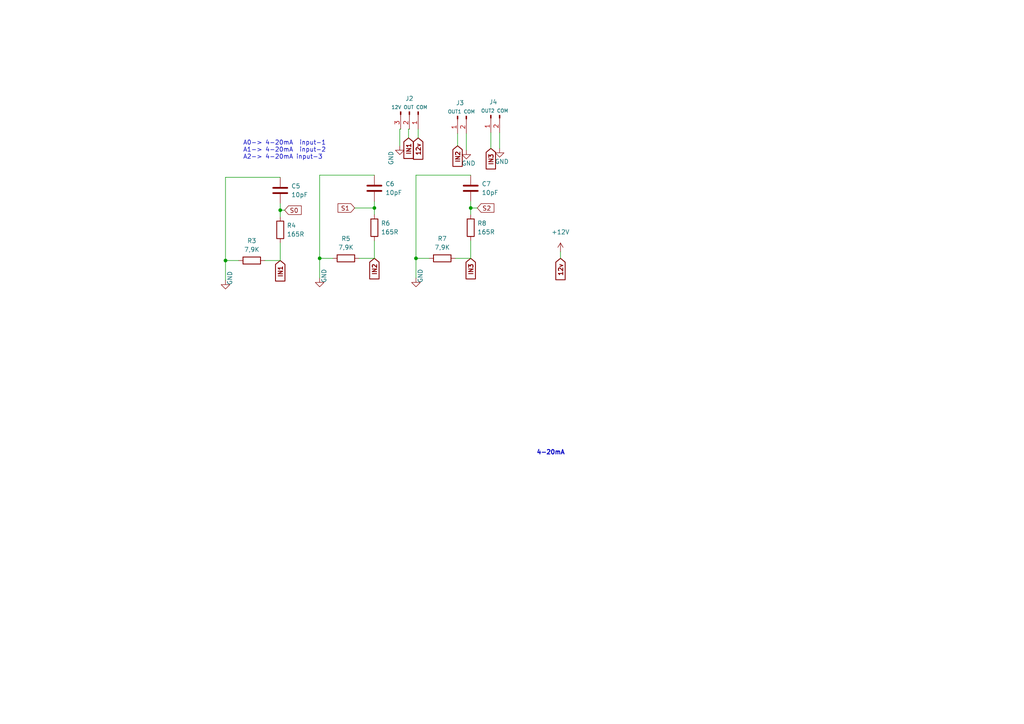
<source format=kicad_sch>
(kicad_sch (version 20211123) (generator eeschema)
  (paper "A4")
  (lib_symbols
    (symbol "Connector:Conn_01x02_Male" (pin_names (offset 1.016) hide)
      (property "Reference" "J" (at 0 2.54 0))
      (property "Value" "Conn_01x02_Male" (at 0 -5.08 0))
      (symbol "Conn_01x02_Male_1_1"
        (polyline (pts (xy 1.27 -2.54) (xy 0.8636 -2.54)) (stroke (width 0.1524)))
        (polyline (pts (xy 1.27 0) (xy 0.8636 0)) (stroke (width 0.1524)))
        (rectangle (start 0.8636 -2.413) (end 0 -2.667) (stroke (width 0.1524)) (fill (type outline)))
        (rectangle (start 0.8636 0.127) (end 0 -0.127) (stroke (width 0.1524)) (fill (type outline)))
        (pin passive line (at 5.08 0 180) (length 3.81) (name "Pin_1") (number "1"))
        (pin passive line (at 5.08 -2.54 180) (length 3.81) (name "Pin_2") (number "2"))
      )
    )
    (symbol "Connector:Conn_01x03_Male" (pin_names (offset 1.016) hide)
      (property "Reference" "J" (at 0 5.08 0))
      (property "Value" "Conn_01x03_Male" (at 0 -5.08 0))
      (symbol "Conn_01x03_Male_1_1"
        (polyline (pts (xy 1.27 -2.54) (xy 0.8636 -2.54)) (stroke (width 0.1524)))
        (polyline (pts (xy 1.27 0) (xy 0.8636 0)) (stroke (width 0.1524)))
        (polyline (pts (xy 1.27 2.54) (xy 0.8636 2.54)) (stroke (width 0.1524)))
        (rectangle (start 0.8636 -2.413) (end 0 -2.667) (stroke (width 0.1524)) (fill (type outline)))
        (rectangle (start 0.8636 0.127) (end 0 -0.127) (stroke (width 0.1524)) (fill (type outline)))
        (rectangle (start 0.8636 2.667) (end 0 2.413) (stroke (width 0.1524)) (fill (type outline)))
        (pin passive line (at 5.08 2.54 180) (length 3.81) (name "Pin_1") (number "1"))
        (pin passive line (at 5.08 0 180) (length 3.81) (name "Pin_2") (number "2"))
        (pin passive line (at 5.08 -2.54 180) (length 3.81) (name "Pin_3") (number "3"))
      )
    )
    (symbol "Device:C" (pin_numbers hide) (pin_names (offset 0.254))
      (property "Reference" "C" (at 0.635 2.54 0))
      (property "Value" "C" (at 0.635 -2.54 0))
      (symbol "C_0_1"
        (polyline (pts (xy -2.032 -0.762) (xy 2.032 -0.762)) (stroke (width 0.508)))
        (polyline (pts (xy -2.032 0.762) (xy 2.032 0.762)) (stroke (width 0.508)))
      )
      (symbol "C_1_1"
        (pin passive line (at 0 3.81 270) (length 2.794) (name "~") (number "1"))
        (pin passive line (at 0 -3.81 90) (length 2.794) (name "~") (number "2"))
      )
    )
    (symbol "Device:R" (pin_numbers hide) (pin_names (offset 0))
      (property "Reference" "R" (at 2.032 0 90))
      (property "Value" "R" (at 0 0 90))
      (symbol "R_0_1"
        (rectangle (start -1.016 -2.54) (end 1.016 2.54) (stroke (width 0.254)))
      )
      (symbol "R_1_1"
        (pin passive line (at 0 3.81 270) (length 1.27) (name "~") (number "1"))
        (pin passive line (at 0 -3.81 90) (length 1.27) (name "~") (number "2"))
      )
    )
    (symbol "power:+12V" (power) (pin_names (offset 0))
      (property "Value" "+12V" (at 0 3.556 0))
      (symbol "+12V_0_1"
        (polyline (pts (xy -0.762 1.27) (xy 0 2.54)))
        (polyline (pts (xy 0 0) (xy 0 2.54)))
        (polyline (pts (xy 0 2.54) (xy 0.762 1.27)))
      )
      (symbol "+12V_1_1"
        (pin power_in line (at 0 0 90) (length 0) hide (name "+12V") (number "1"))
      )
    )
    (symbol "power:GND" (power) (pin_names (offset 0))
      (property "Value" "GND" (at 0 -3.81 0))
      (symbol "GND_0_1"
        (polyline (pts (xy 0 0) (xy 0 -1.27) (xy 1.27 -1.27) (xy 0 -2.54) (xy -1.27 -1.27) (xy 0 -1.27)))
      )
      (symbol "GND_1_1"
        (pin power_in line (at 0 0 270) (length 0) hide (name "GND") (number "1"))
      )
    )
  )
  (junction (at 65.405 75.565))
  (junction (at 120.65 74.93))
  (junction (at 81.28 60.96))
  (junction (at 108.585 60.325))
  (junction (at 92.71 74.93))
  (junction (at 136.525 60.325))
  (wire (pts (xy 81.28 70.485) (xy 81.28 75.565)))
  (wire (pts (xy 102.87 60.325) (xy 108.585 60.325)))
  (wire (pts (xy 142.367 38.481) (xy 142.367 43.053)))
  (wire (pts (xy 120.65 50.8) (xy 120.65 74.93)))
  (wire (pts (xy 120.65 74.93) (xy 120.65 80.645)))
  (wire (pts (xy 81.28 51.435) (xy 65.405 51.435)))
  (wire (pts (xy 136.525 69.85) (xy 136.525 74.93)))
  (wire (pts (xy 81.28 59.055) (xy 81.28 60.96)))
  (wire (pts (xy 92.71 74.93) (xy 96.52 74.93)))
  (wire (pts (xy 115.951 42.291) (xy 115.951 37.465)))
  (wire (pts (xy 81.28 60.96) (xy 81.28 62.865)))
  (wire (pts (xy 65.405 75.565) (xy 69.215 75.565)))
  (wire (pts (xy 120.65 74.93) (xy 124.46 74.93)))
  (wire (pts (xy 135.255 38.735) (xy 135.255 43.561)))
  (wire (pts (xy 81.28 60.96) (xy 82.55 60.96)))
  (wire (pts (xy 136.525 58.42) (xy 136.525 60.325)))
  (wire (pts (xy 115.951 37.465) (xy 116.205 37.465)))
  (wire (pts (xy 108.585 69.85) (xy 108.585 74.93)))
  (wire (pts (xy 118.491 40.005) (xy 118.491 37.465)))
  (wire (pts (xy 132.715 38.735) (xy 132.715 42.291)))
  (wire (pts (xy 136.525 60.325) (xy 138.43 60.325)))
  (wire (pts (xy 108.585 62.23) (xy 108.585 60.325)))
  (wire (pts (xy 108.585 60.325) (xy 108.585 58.42)))
  (wire (pts (xy 92.71 50.8) (xy 92.71 74.93)))
  (wire (pts (xy 81.28 75.565) (xy 76.835 75.565)))
  (wire (pts (xy 136.525 60.325) (xy 136.525 62.23)))
  (wire (pts (xy 65.405 51.435) (xy 65.405 75.565)))
  (wire (pts (xy 65.405 75.565) (xy 65.405 81.28)))
  (wire (pts (xy 92.71 74.93) (xy 92.71 80.645)))
  (wire (pts (xy 118.491 37.465) (xy 118.745 37.465)))
  (wire (pts (xy 162.56 73.025) (xy 162.56 74.93)))
  (wire (pts (xy 136.525 50.8) (xy 120.65 50.8)))
  (wire (pts (xy 121.285 37.465) (xy 121.285 40.005)))
  (wire (pts (xy 108.585 50.8) (xy 92.71 50.8)))
  (wire (pts (xy 144.907 38.481) (xy 144.907 43.053)))
  (wire (pts (xy 108.585 74.93) (xy 104.14 74.93)))
  (wire (pts (xy 136.525 74.93) (xy 132.08 74.93)))
  (text "A0-> 4-20mA  input-1\nA1-> 4-20mA  input-2\nA2-> 4-20mA input-3\n" (at 70.485 46.355 0) (effects (font (size 1.27 1.27)) (justify left bottom)))
  (text "4-20mA\n" (at 155.575 132.08 0) (effects (font (size 1.27 1.27) bold) (justify left bottom)))
  (global_label "IN1" (shape input) (at 81.28 75.565 270) (effects (font bold)) (property "Intersheet References" "${INTERSHEET_REFS}" (effects hide)))
  (global_label "12v" (shape input) (at 121.285 40.005 270) (effects (font bold)) (property "Intersheet References" "${INTERSHEET_REFS}" (effects hide)))
  (global_label "S1" (shape input) (at 102.87 60.325 180) (property "Intersheet References" "${INTERSHEET_REFS}" (effects hide)))
  (global_label "IN2" (shape input) (at 108.585 74.93 270) (effects (font bold)) (property "Intersheet References" "${INTERSHEET_REFS}" (effects hide)))
  (global_label "IN3" (shape input) (at 136.525 74.93 270) (effects (font bold)) (property "Intersheet References" "${INTERSHEET_REFS}" (effects hide)))
  (global_label "S0" (shape input) (at 82.55 60.96 0) (property "Intersheet References" "${INTERSHEET_REFS}" (effects hide)))
  (global_label "IN1" (shape input) (at 118.491 40.005 270) (effects (font bold)) (property "Intersheet References" "${INTERSHEET_REFS}" (effects hide)))
  (global_label "IN2" (shape input) (at 132.715 42.291 270) (effects (font bold)) (property "Intersheet References" "${INTERSHEET_REFS}" (effects hide)))
  (global_label "IN3" (shape input) (at 142.367 43.053 270) (effects (font bold)) (property "Intersheet References" "${INTERSHEET_REFS}" (effects hide)))
  (global_label "S2" (shape input) (at 138.43 60.325 0) (property "Intersheet References" "${INTERSHEET_REFS}" (effects hide)))
  (global_label "12v" (shape input) (at 162.56 74.93 270) (effects (font bold)) (property "Intersheet References" "${INTERSHEET_REFS}" (effects hide)))
  (symbol (lib_id "Device:C") (at 81.28 55.245 180) (unit 1)
    (property "Reference" "C5" (at 84.455 53.9749 0) (effects (justify right)))
    (property "Value" "10pF" (at 84.455 56.5149 0) (effects (justify right)))
    (property "Footprint" "Capacitor_SMD:C_0603_1608Metric" (effects hide))
  )
  (symbol (lib_id "Connector:Conn_01x02_Male") (at 142.367 33.401 90) (mirror x) (unit 1)
    (property "Reference" "J4" (at 144.272 29.591 90) (effects (justify left)))
    (property "Value" "OUT2 COM" (at 147.447 32.131 90) (effects (font (size 1 1)) (justify left)))
    (property "Footprint" "as_kutuphane:terminalblock_vertical_10.20mmx11.94mm" (effects hide))
  )
  (symbol (lib_id "power:GND") (at 92.71 80.645 0) (unit 1)
    (property "Reference" "#PWR0108" (effects hide))
    (property "Value" "GND" (at 93.98 80.01 90))
  )
  (symbol (lib_id "Device:R") (at 128.27 74.93 270) (unit 1)
    (property "Reference" "R7" (at 128.27 69.215 90))
    (property "Value" "7,9K" (at 128.27 71.755 90))
    (property "Footprint" "as_kutuphane:as_0603_res" (effects hide))
  )
  (symbol (lib_id "Device:R") (at 136.525 66.04 180) (unit 1)
    (property "Reference" "R8" (at 138.43 64.7699 0) (effects (justify right)))
    (property "Value" "165R" (at 138.43 67.3099 0) (effects (justify right)))
    (property "Footprint" "as_kutuphane:as_0603_res" (effects hide))
  )
  (symbol (lib_id "Device:R") (at 81.28 66.675 180) (unit 1)
    (property "Reference" "R4" (at 83.185 65.4049 0) (effects (justify right)))
    (property "Value" "165R" (at 83.185 67.9449 0) (effects (justify right)))
    (property "Footprint" "as_kutuphane:as_0603_res" (effects hide))
  )
  (symbol (lib_id "Device:R") (at 100.33 74.93 270) (unit 1)
    (property "Reference" "R5" (at 100.33 69.215 90))
    (property "Value" "7,9K" (at 100.33 71.755 90))
    (property "Footprint" "as_kutuphane:as_0603_res" (effects hide))
  )
  (symbol (lib_id "power:GND") (at 65.405 81.28 0) (unit 1)
    (property "Reference" "#PWR0109" (effects hide))
    (property "Value" "GND" (at 66.675 80.645 90))
  )
  (symbol (lib_id "power:GND") (at 135.255 43.561 0) (unit 1)
    (property "Reference" "#PWR0113" (effects hide))
    (property "Value" "GND" (at 135.89 47.371 0))
  )
  (symbol (lib_id "power:GND") (at 115.951 42.291 0) (unit 1)
    (property "Reference" "#PWR0116" (effects hide))
    (property "Value" "GND" (at 113.411 45.847 90))
  )
  (symbol (lib_id "Device:R") (at 108.585 66.04 180) (unit 1)
    (property "Reference" "R6" (at 110.49 64.7699 0) (effects (justify right)))
    (property "Value" "165R" (at 110.49 67.3099 0) (effects (justify right)))
    (property "Footprint" "as_kutuphane:as_0603_res" (effects hide))
  )
  (symbol (lib_id "Device:C") (at 136.525 54.61 180) (unit 1)
    (property "Reference" "C7" (at 139.7 53.3399 0) (effects (justify right)))
    (property "Value" "10pF" (at 139.7 55.8799 0) (effects (justify right)))
    (property "Footprint" "Capacitor_SMD:C_0603_1608Metric" (effects hide))
  )
  (symbol (lib_id "Connector:Conn_01x02_Male") (at 132.715 33.655 90) (mirror x) (unit 1)
    (property "Reference" "J3" (at 134.62 29.845 90) (effects (justify left)))
    (property "Value" "OUT1 COM" (at 137.795 32.385 90) (effects (font (size 1 1)) (justify left)))
    (property "Footprint" "as_kutuphane:terminalblock_vertical_10.20mmx11.94mm" (effects hide))
  )
  (symbol (lib_id "Connector:Conn_01x03_Male") (at 118.745 32.385 270) (unit 1)
    (property "Reference" "J2" (at 118.745 28.575 90))
    (property "Value" "12V OUT COM" (at 118.745 31.115 90) (effects (font (size 1 1))))
    (property "Footprint" "as_kutuphane:as_terminal_1x3" (effects hide))
  )
  (symbol (lib_id "power:+12V") (at 162.56 73.025 0) (unit 1)
    (property "Reference" "#PWR0128" (effects hide))
    (property "Value" "+12V" (at 162.56 67.31 0))
  )
  (symbol (lib_id "power:GND") (at 144.907 43.053 0) (unit 1)
    (property "Reference" "#PWR0112" (effects hide))
    (property "Value" "GND" (at 145.542 46.863 0))
  )
  (symbol (lib_id "Device:C") (at 108.585 54.61 180) (unit 1)
    (property "Reference" "C6" (at 111.76 53.3399 0) (effects (justify right)))
    (property "Value" "10pF" (at 111.76 55.8799 0) (effects (justify right)))
    (property "Footprint" "Capacitor_SMD:C_0603_1608Metric" (effects hide))
  )
  (symbol (lib_id "power:GND") (at 120.65 80.645 0) (unit 1)
    (property "Reference" "#PWR0117" (effects hide))
    (property "Value" "GND" (at 121.92 80.01 90))
  )
  (symbol (lib_id "Device:R") (at 73.025 75.565 270) (unit 1)
    (property "Reference" "R3" (at 73.025 69.85 90))
    (property "Value" "7,9K" (at 73.025 72.39 90))
    (property "Footprint" "as_kutuphane:as_0603_res" (effects hide))
  )
)
</source>
